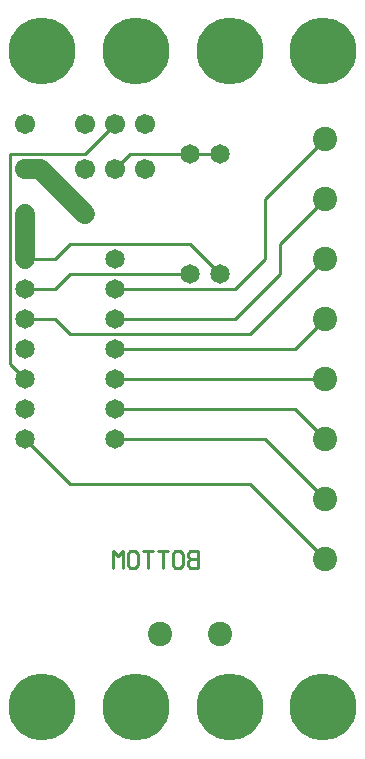
<source format=gbl>
%MOIN*%
%FSLAX25Y25*%
G04 D10 used for Character Trace; *
G04     Circle (OD=.01000) (No hole)*
G04 D11 used for Power Trace; *
G04     Circle (OD=.06700) (No hole)*
G04 D12 used for Signal Trace; *
G04     Circle (OD=.01100) (No hole)*
G04 D13 used for Via; *
G04     Circle (OD=.05800) (Round. Hole ID=.02800)*
G04 D14 used for Component hole; *
G04     Circle (OD=.06500) (Round. Hole ID=.03500)*
G04 D15 used for Component hole; *
G04     Circle (OD=.06700) (Round. Hole ID=.04300)*
G04 D16 used for Component hole; *
G04     Circle (OD=.08100) (Round. Hole ID=.05100)*
G04 D17 used for Component hole; *
G04     Circle (OD=.08900) (Round. Hole ID=.05900)*
G04 D18 used for Component hole; *
G04     Circle (OD=.11300) (Round. Hole ID=.08300)*
G04 D19 used for Component hole; *
G04     Circle (OD=.16000) (Round. Hole ID=.13000)*
G04 D20 used for Component hole; *
G04     Circle (OD=.18300) (Round. Hole ID=.15300)*
G04 D21 used for Component hole; *
G04     Circle (OD=.22291) (Round. Hole ID=.19291)*
%ADD10C,.01000*%
%ADD11C,.06700*%
%ADD12C,.01100*%
%ADD13C,.05800*%
%ADD14C,.06500*%
%ADD15C,.06700*%
%ADD16C,.08100*%
%ADD17C,.08900*%
%ADD18C,.11300*%
%ADD19C,.16000*%
%ADD20C,.18300*%
%ADD21C,.22291*%
%IPPOS*%
%LPD*%
G90*X0Y0D02*D21*X15625Y15625D03*X46875D03*D16*    
X55000Y40000D03*D10*X67511Y62129D02*Y67871D01*    
X65000D01*X64163Y66914D01*Y65957D01*              
X65000Y65000D01*X64163Y64043D01*Y63086D01*        
X65000Y62129D01*X67511D01*Y65000D02*X65000D01*    
X59163Y63086D02*X60000Y62129D01*X61674D01*        
X62511Y63086D01*Y66914D01*X61674Y67871D01*        
X60000D01*X59163Y66914D01*Y63086D01*              
X55837Y62129D02*Y67871D01*X57511D02*X54163D01*    
X50837Y62129D02*Y67871D01*X52511D02*X49163D01*    
X44163Y63086D02*X45000Y62129D01*X46674D01*        
X47511Y63086D01*Y66914D01*X46674Y67871D01*        
X45000D01*X44163Y66914D01*Y63086D01*              
X42511Y62129D02*Y67871D01*X40837Y65957D01*        
X39163Y67871D01*Y62129D01*D16*X75000Y40000D03*D21*
X78125Y15625D03*D12*X110000Y65000D02*             
X85000Y90000D01*D16*X110000Y65000D03*Y85000D03*   
D12*X90000Y105000D01*X40000D01*D14*D03*Y115000D03*
D12*X100000D01*X110000Y105000D01*D16*D03*         
Y125000D03*D12*X40000D01*D14*D03*Y135000D03*D12*  
X100000D01*X110000Y145000D01*D16*D03*D12*         
X80000D02*X95000Y160000D01*X40000Y145000D02*      
X80000D01*D14*X40000D03*Y155000D03*D12*X80000D01* 
X90000Y165000D01*Y185000D01*X110000Y205000D01*D16*
D03*Y185000D03*D12*X95000Y170000D01*Y160000D01*   
D16*X110000Y165000D03*D12*X85000Y140000D01*       
X25000D01*X20000Y145000D01*X10000D01*D14*D03*D12* 
Y155000D02*X20000D01*D14*X10000D03*D12*Y165000D02*
X20000D01*D14*X10000D03*D11*Y180000D01*D14*D03*   
D12*X20000Y165000D02*X25000Y170000D01*            
X20000Y155000D02*X25000Y160000D01*X65000D01*D14*  
D03*X75000D03*D12*X65000Y170000D01*X25000D01*D14* 
X30000Y180000D03*D11*X15000Y195000D01*X10000D01*  
D15*D03*D12*X5000Y130000D02*Y200000D01*           
X10000Y125000D02*X5000Y130000D01*D14*             
X10000Y125000D03*Y135000D03*Y115000D03*Y105000D03*
D12*X25000Y90000D01*X85000D01*D21*                
X109375Y15625D03*D14*X40000Y165000D03*D15*        
X50000Y195000D03*X40000D03*D12*X45000Y200000D01*  
X65000D01*D14*D03*D12*X75000D01*D14*D03*D15*      
X50000Y210000D03*D21*X109375Y234375D03*D15*       
X40000Y210000D03*D12*X30000Y200000D01*X5000D01*   
D15*X10000Y210000D03*X30000Y195000D03*Y210000D03* 
D21*X15625Y234375D03*X46875D03*X78125D03*M02*     

</source>
